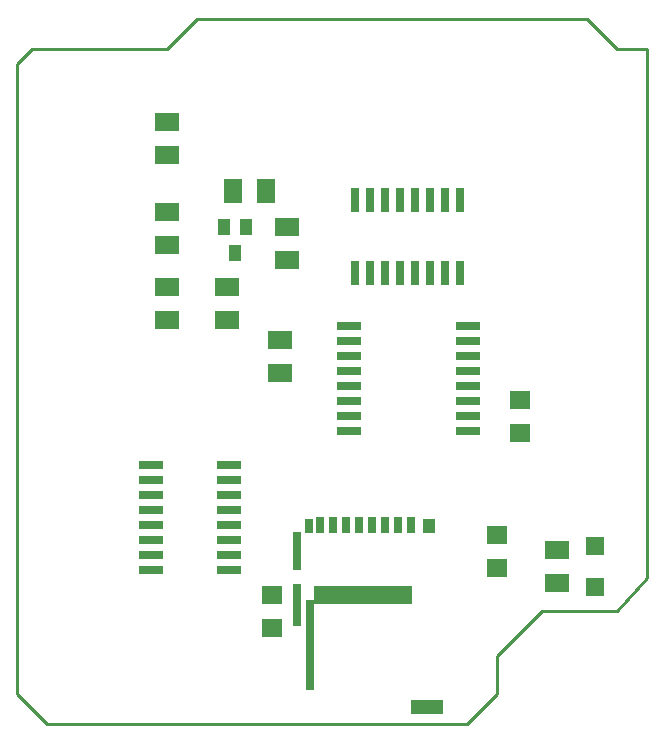
<source format=gtp>
G75*
%MOIN*%
%OFA0B0*%
%FSLAX25Y25*%
%IPPOS*%
%LPD*%
%AMOC8*
5,1,8,0,0,1.08239X$1,22.5*
%
%ADD10C,0.01000*%
%ADD11R,0.08000X0.02600*%
%ADD12R,0.07874X0.06299*%
%ADD13R,0.03937X0.05512*%
%ADD14R,0.06299X0.07874*%
%ADD15R,0.02600X0.08000*%
%ADD16R,0.05906X0.05906*%
%ADD17R,0.07087X0.06299*%
%ADD18R,0.02800X0.05600*%
%ADD19R,0.03937X0.04724*%
%ADD20R,0.02756X0.04724*%
%ADD21R,0.02953X0.12795*%
%ADD22R,0.02953X0.14173*%
%ADD23R,0.32874X0.06299*%
%ADD24R,0.02756X0.29921*%
%ADD25R,0.10630X0.05118*%
D10*
X0015000Y0062524D02*
X0005000Y0072524D01*
X0005000Y0282524D01*
X0010000Y0287524D01*
X0055000Y0287524D01*
X0065000Y0297524D01*
X0195000Y0297524D01*
X0205000Y0287524D01*
X0215000Y0287524D01*
X0215000Y0111274D01*
X0205000Y0100024D01*
X0180000Y0100024D01*
X0165000Y0085024D01*
X0165000Y0072524D01*
X0155000Y0062524D01*
X0015000Y0062524D01*
D11*
X0049450Y0113774D03*
X0049450Y0118774D03*
X0049450Y0123774D03*
X0049450Y0128774D03*
X0049450Y0133774D03*
X0049450Y0138774D03*
X0049450Y0143774D03*
X0049450Y0148774D03*
X0075550Y0148774D03*
X0075550Y0143774D03*
X0075550Y0138774D03*
X0075550Y0133774D03*
X0075550Y0128774D03*
X0075550Y0123774D03*
X0075550Y0118774D03*
X0075550Y0113774D03*
X0115400Y0160024D03*
X0115400Y0165024D03*
X0115400Y0170024D03*
X0115400Y0175024D03*
X0115400Y0180024D03*
X0115400Y0185024D03*
X0115400Y0190024D03*
X0115400Y0195024D03*
X0155225Y0195024D03*
X0155225Y0190024D03*
X0155225Y0185024D03*
X0155225Y0180024D03*
X0155225Y0175024D03*
X0155225Y0170024D03*
X0155225Y0165024D03*
X0155225Y0160024D03*
D12*
X0185000Y0120535D03*
X0185000Y0109512D03*
X0095000Y0217012D03*
X0095000Y0228035D03*
X0075000Y0208035D03*
X0075000Y0197012D03*
X0092500Y0190535D03*
X0092500Y0179512D03*
X0055000Y0197012D03*
X0055000Y0208035D03*
X0055000Y0222012D03*
X0055000Y0233035D03*
X0055000Y0252012D03*
X0055000Y0263035D03*
D13*
X0073760Y0228104D03*
X0081240Y0228104D03*
X0077500Y0219443D03*
D14*
X0076988Y0240024D03*
X0088012Y0240024D03*
D15*
X0117500Y0237124D03*
X0122500Y0237124D03*
X0127500Y0237124D03*
X0132500Y0237124D03*
X0137500Y0237124D03*
X0142500Y0237124D03*
X0147500Y0237124D03*
X0152500Y0237124D03*
X0152500Y0212924D03*
X0147500Y0212924D03*
X0142500Y0212924D03*
X0137500Y0212924D03*
X0132500Y0212924D03*
X0127500Y0212924D03*
X0122500Y0212924D03*
X0117500Y0212924D03*
D16*
X0197500Y0121913D03*
X0197500Y0108134D03*
D17*
X0165000Y0114512D03*
X0165000Y0125535D03*
X0172500Y0159512D03*
X0172500Y0170535D03*
X0090000Y0105535D03*
X0090000Y0094512D03*
D18*
X0105866Y0128626D03*
X0110197Y0128626D03*
X0114528Y0128626D03*
X0118858Y0128626D03*
X0123189Y0128626D03*
X0127520Y0128626D03*
X0131850Y0128626D03*
X0136181Y0128626D03*
D19*
X0142283Y0128429D03*
D20*
X0102126Y0128429D03*
D21*
X0098287Y0120260D03*
D22*
X0098287Y0102051D03*
D23*
X0120335Y0105594D03*
D24*
X0102520Y0088665D03*
D25*
X0141496Y0068193D03*
M02*

</source>
